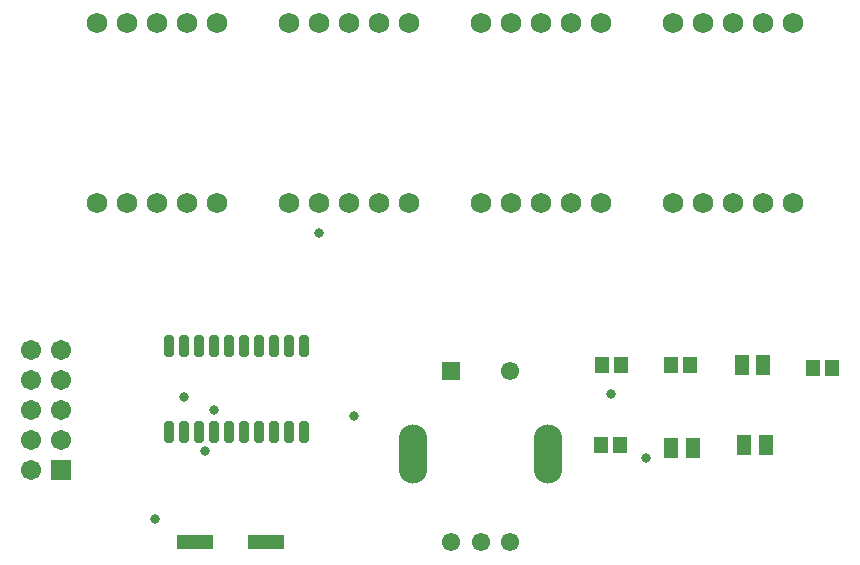
<source format=gts>
G04*
G04 #@! TF.GenerationSoftware,Altium Limited,Altium Designer,23.4.1 (23)*
G04*
G04 Layer_Color=8388736*
%FSLAX44Y44*%
%MOMM*%
G71*
G04*
G04 #@! TF.SameCoordinates,F24B36E9-0D30-401B-9849-1351ABCE0AFF*
G04*
G04*
G04 #@! TF.FilePolarity,Negative*
G04*
G01*
G75*
%ADD15R,1.3046X1.4562*%
%ADD16R,3.1032X1.3032*%
%ADD17R,1.2532X1.6532*%
G04:AMPARAMS|DCode=18|XSize=0.8032mm|YSize=1.8532mm|CornerRadius=0.1526mm|HoleSize=0mm|Usage=FLASHONLY|Rotation=0.000|XOffset=0mm|YOffset=0mm|HoleType=Round|Shape=RoundedRectangle|*
%AMROUNDEDRECTD18*
21,1,0.8032,1.5480,0,0,0.0*
21,1,0.4980,1.8532,0,0,0.0*
1,1,0.3052,0.2490,-0.7740*
1,1,0.3052,-0.2490,-0.7740*
1,1,0.3052,-0.2490,0.7740*
1,1,0.3052,0.2490,0.7740*
%
%ADD18ROUNDEDRECTD18*%
%ADD19C,1.7272*%
%ADD20R,1.7032X1.7032*%
%ADD21C,1.7032*%
G04:AMPARAMS|DCode=22|XSize=2.4mm|YSize=5mm|CornerRadius=1.2mm|HoleSize=0mm|Usage=FLASHONLY|Rotation=0.000|XOffset=0mm|YOffset=0mm|HoleType=Round|Shape=RoundedRectangle|*
%AMROUNDEDRECTD22*
21,1,2.4000,2.6000,0,0,0.0*
21,1,0.0000,5.0000,0,0,0.0*
1,1,2.4000,0.0000,-1.3000*
1,1,2.4000,0.0000,-1.3000*
1,1,2.4000,0.0000,1.3000*
1,1,2.4000,0.0000,1.3000*
%
%ADD22ROUNDEDRECTD22*%
%ADD23C,1.5500*%
%ADD24R,1.5500X1.5500*%
%ADD25C,0.8382*%
D15*
X1533278Y875030D02*
D03*
X1517262D02*
D03*
X1337805Y810260D02*
D03*
X1353820D02*
D03*
X1396612Y877570D02*
D03*
X1412628D02*
D03*
X1338192D02*
D03*
X1354208D02*
D03*
D16*
X994100Y727710D02*
D03*
X1054100D02*
D03*
D17*
X1456690Y877570D02*
D03*
X1475190D02*
D03*
X1477010Y810260D02*
D03*
X1458510D02*
D03*
X1415500Y807720D02*
D03*
X1397000D02*
D03*
D18*
X1085850Y893500D02*
D03*
X1073150D02*
D03*
X1060450D02*
D03*
X1047750D02*
D03*
X1035050D02*
D03*
X1022350D02*
D03*
X1009650D02*
D03*
X996950D02*
D03*
X984250D02*
D03*
X971550D02*
D03*
X1085850Y821000D02*
D03*
X1073150D02*
D03*
X1060450D02*
D03*
X1047750D02*
D03*
X1035050D02*
D03*
X1022350D02*
D03*
X1009650D02*
D03*
X996950D02*
D03*
X984250D02*
D03*
X971550D02*
D03*
D19*
X1500124Y1167384D02*
D03*
Y1014984D02*
D03*
X1398524Y1167384D02*
D03*
X1423924D02*
D03*
X1449324D02*
D03*
X1474724D02*
D03*
Y1014984D02*
D03*
X1449324D02*
D03*
X1423924D02*
D03*
X1398524D02*
D03*
X1337818Y1167384D02*
D03*
Y1014984D02*
D03*
X1236218Y1167384D02*
D03*
X1261618D02*
D03*
X1287018D02*
D03*
X1312418D02*
D03*
Y1014984D02*
D03*
X1287018D02*
D03*
X1261618D02*
D03*
X1236218D02*
D03*
X1175258Y1167384D02*
D03*
Y1014984D02*
D03*
X1073658Y1167384D02*
D03*
X1099058D02*
D03*
X1124458D02*
D03*
X1149858D02*
D03*
Y1014984D02*
D03*
X1124458D02*
D03*
X1099058D02*
D03*
X1073658D02*
D03*
X1012952Y1167384D02*
D03*
Y1014984D02*
D03*
X911352Y1167384D02*
D03*
X936752D02*
D03*
X962152D02*
D03*
X987552D02*
D03*
Y1014984D02*
D03*
X962152D02*
D03*
X936752D02*
D03*
X911352D02*
D03*
D20*
X880110Y788670D02*
D03*
D21*
X854710D02*
D03*
X880110Y814070D02*
D03*
X854710D02*
D03*
X880110Y839470D02*
D03*
X854710D02*
D03*
X880110Y864870D02*
D03*
X854710D02*
D03*
X880110Y890270D02*
D03*
X854710D02*
D03*
D22*
X1292710Y802640D02*
D03*
X1178710D02*
D03*
D23*
X1260710Y727640D02*
D03*
X1235710D02*
D03*
X1210710D02*
D03*
X1260710Y872640D02*
D03*
D24*
X1210710D02*
D03*
D25*
X1375410Y798830D02*
D03*
X1009650Y839470D02*
D03*
X984250Y850900D02*
D03*
X1346454Y853186D02*
D03*
X959866Y747776D02*
D03*
X1128268Y834898D02*
D03*
X1099185Y989711D02*
D03*
X1002284Y805180D02*
D03*
M02*

</source>
